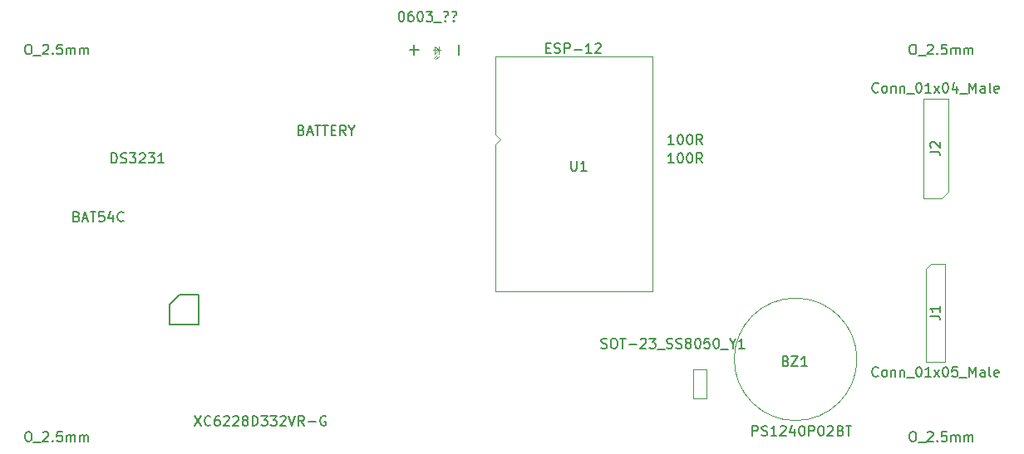
<source format=gbr>
G04 #@! TF.GenerationSoftware,KiCad,Pcbnew,(5.1.4)-1*
G04 #@! TF.CreationDate,2019-12-25T11:40:05+08:00*
G04 #@! TF.ProjectId,matrix_control_main,6d617472-6978-45f6-936f-6e74726f6c5f,rev?*
G04 #@! TF.SameCoordinates,Original*
G04 #@! TF.FileFunction,Other,Fab,Top*
%FSLAX46Y46*%
G04 Gerber Fmt 4.6, Leading zero omitted, Abs format (unit mm)*
G04 Created by KiCad (PCBNEW (5.1.4)-1) date 2019-12-25 11:40:05*
%MOMM*%
%LPD*%
G04 APERTURE LIST*
%ADD10C,0.100000*%
%ADD11C,0.120000*%
%ADD12C,0.203200*%
%ADD13C,0.150000*%
G04 APERTURE END LIST*
D10*
X173490000Y-103140000D02*
X174990000Y-103140000D01*
X174990000Y-103140000D02*
X174990000Y-113140000D01*
X174990000Y-113140000D02*
X172990000Y-113140000D01*
X172990000Y-113140000D02*
X172990000Y-103640000D01*
X172990000Y-103640000D02*
X173490000Y-103140000D01*
D11*
X129160000Y-81980000D02*
X145160000Y-81980000D01*
X145160000Y-81980000D02*
X145160000Y-105980000D01*
X145160000Y-105980000D02*
X129160000Y-105980000D01*
X129160000Y-105980000D02*
X129160000Y-90980000D01*
X129160000Y-90980000D02*
X129660000Y-90480000D01*
X129660000Y-90480000D02*
X129160000Y-89980000D01*
X129160000Y-89980000D02*
X129160000Y-81980000D01*
D10*
X165993140Y-112885860D02*
G75*
G03X165993140Y-112885860I-6250000J0D01*
G01*
X123005240Y-80943500D02*
X123005240Y-81743500D01*
X123405240Y-81343500D02*
X123005240Y-81743500D01*
X123405240Y-81343500D02*
X123005240Y-80943500D01*
X123405240Y-80943500D02*
X123405240Y-81743500D01*
X123605240Y-81343500D02*
X122805240Y-81343500D01*
X123200240Y-81860500D02*
X122900240Y-82160500D01*
X123400240Y-81960500D02*
X123100240Y-82260500D01*
D12*
X121405240Y-81343500D02*
X120405240Y-81343500D01*
X120905240Y-80843500D02*
X120905240Y-81843500D01*
X125405240Y-80843500D02*
X125405240Y-81843500D01*
D10*
X149342080Y-113944900D02*
X149342080Y-116864900D01*
X150642080Y-113944900D02*
X150642080Y-116864900D01*
X150642080Y-113944900D02*
X149342080Y-113944900D01*
X150642080Y-116864900D02*
X149342080Y-116864900D01*
X150642080Y-116864900D02*
X149342080Y-116864900D01*
X150642080Y-113944900D02*
X149342080Y-113944900D01*
X150642080Y-113944900D02*
X150642080Y-116864900D01*
X149342080Y-113944900D02*
X149342080Y-116864900D01*
X150642080Y-116864900D02*
X149342080Y-116864900D01*
X150642080Y-113944900D02*
X149342080Y-113944900D01*
X150642080Y-113944900D02*
X150642080Y-116864900D01*
X149342080Y-113944900D02*
X149342080Y-116864900D01*
X174637700Y-96451420D02*
X172732700Y-96451420D01*
X172732700Y-96451420D02*
X172732700Y-86291420D01*
X172732700Y-86291420D02*
X175272700Y-86291420D01*
X175272700Y-86291420D02*
X175272700Y-95816420D01*
X175272700Y-95816420D02*
X174637700Y-96451420D01*
D13*
X96967420Y-106317920D02*
X98967420Y-106317920D01*
X98967420Y-106317920D02*
X98967420Y-109317920D01*
X98967420Y-109317920D02*
X95967420Y-109317920D01*
X95967420Y-109317920D02*
X95967420Y-107317920D01*
X95967420Y-107317920D02*
X96967420Y-106317920D01*
X90067142Y-92852380D02*
X90067142Y-91852380D01*
X90305238Y-91852380D01*
X90448095Y-91900000D01*
X90543333Y-91995238D01*
X90590952Y-92090476D01*
X90638571Y-92280952D01*
X90638571Y-92423809D01*
X90590952Y-92614285D01*
X90543333Y-92709523D01*
X90448095Y-92804761D01*
X90305238Y-92852380D01*
X90067142Y-92852380D01*
X91019523Y-92804761D02*
X91162380Y-92852380D01*
X91400476Y-92852380D01*
X91495714Y-92804761D01*
X91543333Y-92757142D01*
X91590952Y-92661904D01*
X91590952Y-92566666D01*
X91543333Y-92471428D01*
X91495714Y-92423809D01*
X91400476Y-92376190D01*
X91210000Y-92328571D01*
X91114761Y-92280952D01*
X91067142Y-92233333D01*
X91019523Y-92138095D01*
X91019523Y-92042857D01*
X91067142Y-91947619D01*
X91114761Y-91900000D01*
X91210000Y-91852380D01*
X91448095Y-91852380D01*
X91590952Y-91900000D01*
X91924285Y-91852380D02*
X92543333Y-91852380D01*
X92210000Y-92233333D01*
X92352857Y-92233333D01*
X92448095Y-92280952D01*
X92495714Y-92328571D01*
X92543333Y-92423809D01*
X92543333Y-92661904D01*
X92495714Y-92757142D01*
X92448095Y-92804761D01*
X92352857Y-92852380D01*
X92067142Y-92852380D01*
X91971904Y-92804761D01*
X91924285Y-92757142D01*
X92924285Y-91947619D02*
X92971904Y-91900000D01*
X93067142Y-91852380D01*
X93305238Y-91852380D01*
X93400476Y-91900000D01*
X93448095Y-91947619D01*
X93495714Y-92042857D01*
X93495714Y-92138095D01*
X93448095Y-92280952D01*
X92876666Y-92852380D01*
X93495714Y-92852380D01*
X93829047Y-91852380D02*
X94448095Y-91852380D01*
X94114761Y-92233333D01*
X94257619Y-92233333D01*
X94352857Y-92280952D01*
X94400476Y-92328571D01*
X94448095Y-92423809D01*
X94448095Y-92661904D01*
X94400476Y-92757142D01*
X94352857Y-92804761D01*
X94257619Y-92852380D01*
X93971904Y-92852380D01*
X93876666Y-92804761D01*
X93829047Y-92757142D01*
X95400476Y-92852380D02*
X94829047Y-92852380D01*
X95114761Y-92852380D02*
X95114761Y-91852380D01*
X95019523Y-91995238D01*
X94924285Y-92090476D01*
X94829047Y-92138095D01*
X81500000Y-120272380D02*
X81690476Y-120272380D01*
X81785714Y-120320000D01*
X81880952Y-120415238D01*
X81928571Y-120605714D01*
X81928571Y-120939047D01*
X81880952Y-121129523D01*
X81785714Y-121224761D01*
X81690476Y-121272380D01*
X81500000Y-121272380D01*
X81404761Y-121224761D01*
X81309523Y-121129523D01*
X81261904Y-120939047D01*
X81261904Y-120605714D01*
X81309523Y-120415238D01*
X81404761Y-120320000D01*
X81500000Y-120272380D01*
X82119047Y-121367619D02*
X82880952Y-121367619D01*
X83071428Y-120367619D02*
X83119047Y-120320000D01*
X83214285Y-120272380D01*
X83452380Y-120272380D01*
X83547619Y-120320000D01*
X83595238Y-120367619D01*
X83642857Y-120462857D01*
X83642857Y-120558095D01*
X83595238Y-120700952D01*
X83023809Y-121272380D01*
X83642857Y-121272380D01*
X84071428Y-121177142D02*
X84119047Y-121224761D01*
X84071428Y-121272380D01*
X84023809Y-121224761D01*
X84071428Y-121177142D01*
X84071428Y-121272380D01*
X85023809Y-120272380D02*
X84547619Y-120272380D01*
X84500000Y-120748571D01*
X84547619Y-120700952D01*
X84642857Y-120653333D01*
X84880952Y-120653333D01*
X84976190Y-120700952D01*
X85023809Y-120748571D01*
X85071428Y-120843809D01*
X85071428Y-121081904D01*
X85023809Y-121177142D01*
X84976190Y-121224761D01*
X84880952Y-121272380D01*
X84642857Y-121272380D01*
X84547619Y-121224761D01*
X84500000Y-121177142D01*
X85500000Y-121272380D02*
X85500000Y-120605714D01*
X85500000Y-120700952D02*
X85547619Y-120653333D01*
X85642857Y-120605714D01*
X85785714Y-120605714D01*
X85880952Y-120653333D01*
X85928571Y-120748571D01*
X85928571Y-121272380D01*
X85928571Y-120748571D02*
X85976190Y-120653333D01*
X86071428Y-120605714D01*
X86214285Y-120605714D01*
X86309523Y-120653333D01*
X86357142Y-120748571D01*
X86357142Y-121272380D01*
X86833333Y-121272380D02*
X86833333Y-120605714D01*
X86833333Y-120700952D02*
X86880952Y-120653333D01*
X86976190Y-120605714D01*
X87119047Y-120605714D01*
X87214285Y-120653333D01*
X87261904Y-120748571D01*
X87261904Y-121272380D01*
X87261904Y-120748571D02*
X87309523Y-120653333D01*
X87404761Y-120605714D01*
X87547619Y-120605714D01*
X87642857Y-120653333D01*
X87690476Y-120748571D01*
X87690476Y-121272380D01*
X171600000Y-120272380D02*
X171790476Y-120272380D01*
X171885714Y-120320000D01*
X171980952Y-120415238D01*
X172028571Y-120605714D01*
X172028571Y-120939047D01*
X171980952Y-121129523D01*
X171885714Y-121224761D01*
X171790476Y-121272380D01*
X171600000Y-121272380D01*
X171504761Y-121224761D01*
X171409523Y-121129523D01*
X171361904Y-120939047D01*
X171361904Y-120605714D01*
X171409523Y-120415238D01*
X171504761Y-120320000D01*
X171600000Y-120272380D01*
X172219047Y-121367619D02*
X172980952Y-121367619D01*
X173171428Y-120367619D02*
X173219047Y-120320000D01*
X173314285Y-120272380D01*
X173552380Y-120272380D01*
X173647619Y-120320000D01*
X173695238Y-120367619D01*
X173742857Y-120462857D01*
X173742857Y-120558095D01*
X173695238Y-120700952D01*
X173123809Y-121272380D01*
X173742857Y-121272380D01*
X174171428Y-121177142D02*
X174219047Y-121224761D01*
X174171428Y-121272380D01*
X174123809Y-121224761D01*
X174171428Y-121177142D01*
X174171428Y-121272380D01*
X175123809Y-120272380D02*
X174647619Y-120272380D01*
X174600000Y-120748571D01*
X174647619Y-120700952D01*
X174742857Y-120653333D01*
X174980952Y-120653333D01*
X175076190Y-120700952D01*
X175123809Y-120748571D01*
X175171428Y-120843809D01*
X175171428Y-121081904D01*
X175123809Y-121177142D01*
X175076190Y-121224761D01*
X174980952Y-121272380D01*
X174742857Y-121272380D01*
X174647619Y-121224761D01*
X174600000Y-121177142D01*
X175600000Y-121272380D02*
X175600000Y-120605714D01*
X175600000Y-120700952D02*
X175647619Y-120653333D01*
X175742857Y-120605714D01*
X175885714Y-120605714D01*
X175980952Y-120653333D01*
X176028571Y-120748571D01*
X176028571Y-121272380D01*
X176028571Y-120748571D02*
X176076190Y-120653333D01*
X176171428Y-120605714D01*
X176314285Y-120605714D01*
X176409523Y-120653333D01*
X176457142Y-120748571D01*
X176457142Y-121272380D01*
X176933333Y-121272380D02*
X176933333Y-120605714D01*
X176933333Y-120700952D02*
X176980952Y-120653333D01*
X177076190Y-120605714D01*
X177219047Y-120605714D01*
X177314285Y-120653333D01*
X177361904Y-120748571D01*
X177361904Y-121272380D01*
X177361904Y-120748571D02*
X177409523Y-120653333D01*
X177504761Y-120605714D01*
X177647619Y-120605714D01*
X177742857Y-120653333D01*
X177790476Y-120748571D01*
X177790476Y-121272380D01*
X171600000Y-80772380D02*
X171790476Y-80772380D01*
X171885714Y-80820000D01*
X171980952Y-80915238D01*
X172028571Y-81105714D01*
X172028571Y-81439047D01*
X171980952Y-81629523D01*
X171885714Y-81724761D01*
X171790476Y-81772380D01*
X171600000Y-81772380D01*
X171504761Y-81724761D01*
X171409523Y-81629523D01*
X171361904Y-81439047D01*
X171361904Y-81105714D01*
X171409523Y-80915238D01*
X171504761Y-80820000D01*
X171600000Y-80772380D01*
X172219047Y-81867619D02*
X172980952Y-81867619D01*
X173171428Y-80867619D02*
X173219047Y-80820000D01*
X173314285Y-80772380D01*
X173552380Y-80772380D01*
X173647619Y-80820000D01*
X173695238Y-80867619D01*
X173742857Y-80962857D01*
X173742857Y-81058095D01*
X173695238Y-81200952D01*
X173123809Y-81772380D01*
X173742857Y-81772380D01*
X174171428Y-81677142D02*
X174219047Y-81724761D01*
X174171428Y-81772380D01*
X174123809Y-81724761D01*
X174171428Y-81677142D01*
X174171428Y-81772380D01*
X175123809Y-80772380D02*
X174647619Y-80772380D01*
X174600000Y-81248571D01*
X174647619Y-81200952D01*
X174742857Y-81153333D01*
X174980952Y-81153333D01*
X175076190Y-81200952D01*
X175123809Y-81248571D01*
X175171428Y-81343809D01*
X175171428Y-81581904D01*
X175123809Y-81677142D01*
X175076190Y-81724761D01*
X174980952Y-81772380D01*
X174742857Y-81772380D01*
X174647619Y-81724761D01*
X174600000Y-81677142D01*
X175600000Y-81772380D02*
X175600000Y-81105714D01*
X175600000Y-81200952D02*
X175647619Y-81153333D01*
X175742857Y-81105714D01*
X175885714Y-81105714D01*
X175980952Y-81153333D01*
X176028571Y-81248571D01*
X176028571Y-81772380D01*
X176028571Y-81248571D02*
X176076190Y-81153333D01*
X176171428Y-81105714D01*
X176314285Y-81105714D01*
X176409523Y-81153333D01*
X176457142Y-81248571D01*
X176457142Y-81772380D01*
X176933333Y-81772380D02*
X176933333Y-81105714D01*
X176933333Y-81200952D02*
X176980952Y-81153333D01*
X177076190Y-81105714D01*
X177219047Y-81105714D01*
X177314285Y-81153333D01*
X177361904Y-81248571D01*
X177361904Y-81772380D01*
X177361904Y-81248571D02*
X177409523Y-81153333D01*
X177504761Y-81105714D01*
X177647619Y-81105714D01*
X177742857Y-81153333D01*
X177790476Y-81248571D01*
X177790476Y-81772380D01*
X81500000Y-80772380D02*
X81690476Y-80772380D01*
X81785714Y-80820000D01*
X81880952Y-80915238D01*
X81928571Y-81105714D01*
X81928571Y-81439047D01*
X81880952Y-81629523D01*
X81785714Y-81724761D01*
X81690476Y-81772380D01*
X81500000Y-81772380D01*
X81404761Y-81724761D01*
X81309523Y-81629523D01*
X81261904Y-81439047D01*
X81261904Y-81105714D01*
X81309523Y-80915238D01*
X81404761Y-80820000D01*
X81500000Y-80772380D01*
X82119047Y-81867619D02*
X82880952Y-81867619D01*
X83071428Y-80867619D02*
X83119047Y-80820000D01*
X83214285Y-80772380D01*
X83452380Y-80772380D01*
X83547619Y-80820000D01*
X83595238Y-80867619D01*
X83642857Y-80962857D01*
X83642857Y-81058095D01*
X83595238Y-81200952D01*
X83023809Y-81772380D01*
X83642857Y-81772380D01*
X84071428Y-81677142D02*
X84119047Y-81724761D01*
X84071428Y-81772380D01*
X84023809Y-81724761D01*
X84071428Y-81677142D01*
X84071428Y-81772380D01*
X85023809Y-80772380D02*
X84547619Y-80772380D01*
X84500000Y-81248571D01*
X84547619Y-81200952D01*
X84642857Y-81153333D01*
X84880952Y-81153333D01*
X84976190Y-81200952D01*
X85023809Y-81248571D01*
X85071428Y-81343809D01*
X85071428Y-81581904D01*
X85023809Y-81677142D01*
X84976190Y-81724761D01*
X84880952Y-81772380D01*
X84642857Y-81772380D01*
X84547619Y-81724761D01*
X84500000Y-81677142D01*
X85500000Y-81772380D02*
X85500000Y-81105714D01*
X85500000Y-81200952D02*
X85547619Y-81153333D01*
X85642857Y-81105714D01*
X85785714Y-81105714D01*
X85880952Y-81153333D01*
X85928571Y-81248571D01*
X85928571Y-81772380D01*
X85928571Y-81248571D02*
X85976190Y-81153333D01*
X86071428Y-81105714D01*
X86214285Y-81105714D01*
X86309523Y-81153333D01*
X86357142Y-81248571D01*
X86357142Y-81772380D01*
X86833333Y-81772380D02*
X86833333Y-81105714D01*
X86833333Y-81200952D02*
X86880952Y-81153333D01*
X86976190Y-81105714D01*
X87119047Y-81105714D01*
X87214285Y-81153333D01*
X87261904Y-81248571D01*
X87261904Y-81772380D01*
X87261904Y-81248571D02*
X87309523Y-81153333D01*
X87404761Y-81105714D01*
X87547619Y-81105714D01*
X87642857Y-81153333D01*
X87690476Y-81248571D01*
X87690476Y-81772380D01*
X109408720Y-89491671D02*
X109551577Y-89539290D01*
X109599196Y-89586909D01*
X109646815Y-89682147D01*
X109646815Y-89825004D01*
X109599196Y-89920242D01*
X109551577Y-89967861D01*
X109456339Y-90015480D01*
X109075386Y-90015480D01*
X109075386Y-89015480D01*
X109408720Y-89015480D01*
X109503958Y-89063100D01*
X109551577Y-89110719D01*
X109599196Y-89205957D01*
X109599196Y-89301195D01*
X109551577Y-89396433D01*
X109503958Y-89444052D01*
X109408720Y-89491671D01*
X109075386Y-89491671D01*
X110027767Y-89729766D02*
X110503958Y-89729766D01*
X109932529Y-90015480D02*
X110265862Y-89015480D01*
X110599196Y-90015480D01*
X110789672Y-89015480D02*
X111361100Y-89015480D01*
X111075386Y-90015480D02*
X111075386Y-89015480D01*
X111551577Y-89015480D02*
X112123005Y-89015480D01*
X111837291Y-90015480D02*
X111837291Y-89015480D01*
X112456339Y-89491671D02*
X112789672Y-89491671D01*
X112932529Y-90015480D02*
X112456339Y-90015480D01*
X112456339Y-89015480D01*
X112932529Y-89015480D01*
X113932529Y-90015480D02*
X113599196Y-89539290D01*
X113361100Y-90015480D02*
X113361100Y-89015480D01*
X113742053Y-89015480D01*
X113837291Y-89063100D01*
X113884910Y-89110719D01*
X113932529Y-89205957D01*
X113932529Y-89348814D01*
X113884910Y-89444052D01*
X113837291Y-89491671D01*
X113742053Y-89539290D01*
X113361100Y-89539290D01*
X114551577Y-89539290D02*
X114551577Y-90015480D01*
X114218243Y-89015480D02*
X114551577Y-89539290D01*
X114884910Y-89015480D01*
X86521563Y-98301531D02*
X86664420Y-98349150D01*
X86712040Y-98396769D01*
X86759659Y-98492007D01*
X86759659Y-98634864D01*
X86712040Y-98730102D01*
X86664420Y-98777721D01*
X86569182Y-98825340D01*
X86188230Y-98825340D01*
X86188230Y-97825340D01*
X86521563Y-97825340D01*
X86616801Y-97872960D01*
X86664420Y-97920579D01*
X86712040Y-98015817D01*
X86712040Y-98111055D01*
X86664420Y-98206293D01*
X86616801Y-98253912D01*
X86521563Y-98301531D01*
X86188230Y-98301531D01*
X87140611Y-98539626D02*
X87616801Y-98539626D01*
X87045373Y-98825340D02*
X87378706Y-97825340D01*
X87712040Y-98825340D01*
X87902516Y-97825340D02*
X88473944Y-97825340D01*
X88188230Y-98825340D02*
X88188230Y-97825340D01*
X89283468Y-97825340D02*
X88807278Y-97825340D01*
X88759659Y-98301531D01*
X88807278Y-98253912D01*
X88902516Y-98206293D01*
X89140611Y-98206293D01*
X89235849Y-98253912D01*
X89283468Y-98301531D01*
X89331087Y-98396769D01*
X89331087Y-98634864D01*
X89283468Y-98730102D01*
X89235849Y-98777721D01*
X89140611Y-98825340D01*
X88902516Y-98825340D01*
X88807278Y-98777721D01*
X88759659Y-98730102D01*
X90188230Y-98158674D02*
X90188230Y-98825340D01*
X89950135Y-97777721D02*
X89712040Y-98492007D01*
X90331087Y-98492007D01*
X91283468Y-98730102D02*
X91235849Y-98777721D01*
X91092992Y-98825340D01*
X90997754Y-98825340D01*
X90854897Y-98777721D01*
X90759659Y-98682483D01*
X90712040Y-98587245D01*
X90664420Y-98396769D01*
X90664420Y-98253912D01*
X90712040Y-98063436D01*
X90759659Y-97968198D01*
X90854897Y-97872960D01*
X90997754Y-97825340D01*
X91092992Y-97825340D01*
X91235849Y-97872960D01*
X91283468Y-97920579D01*
X168156666Y-114557142D02*
X168109047Y-114604761D01*
X167966190Y-114652380D01*
X167870952Y-114652380D01*
X167728095Y-114604761D01*
X167632857Y-114509523D01*
X167585238Y-114414285D01*
X167537619Y-114223809D01*
X167537619Y-114080952D01*
X167585238Y-113890476D01*
X167632857Y-113795238D01*
X167728095Y-113700000D01*
X167870952Y-113652380D01*
X167966190Y-113652380D01*
X168109047Y-113700000D01*
X168156666Y-113747619D01*
X168728095Y-114652380D02*
X168632857Y-114604761D01*
X168585238Y-114557142D01*
X168537619Y-114461904D01*
X168537619Y-114176190D01*
X168585238Y-114080952D01*
X168632857Y-114033333D01*
X168728095Y-113985714D01*
X168870952Y-113985714D01*
X168966190Y-114033333D01*
X169013809Y-114080952D01*
X169061428Y-114176190D01*
X169061428Y-114461904D01*
X169013809Y-114557142D01*
X168966190Y-114604761D01*
X168870952Y-114652380D01*
X168728095Y-114652380D01*
X169490000Y-113985714D02*
X169490000Y-114652380D01*
X169490000Y-114080952D02*
X169537619Y-114033333D01*
X169632857Y-113985714D01*
X169775714Y-113985714D01*
X169870952Y-114033333D01*
X169918571Y-114128571D01*
X169918571Y-114652380D01*
X170394761Y-113985714D02*
X170394761Y-114652380D01*
X170394761Y-114080952D02*
X170442380Y-114033333D01*
X170537619Y-113985714D01*
X170680476Y-113985714D01*
X170775714Y-114033333D01*
X170823333Y-114128571D01*
X170823333Y-114652380D01*
X171061428Y-114747619D02*
X171823333Y-114747619D01*
X172251904Y-113652380D02*
X172347142Y-113652380D01*
X172442380Y-113700000D01*
X172490000Y-113747619D01*
X172537619Y-113842857D01*
X172585238Y-114033333D01*
X172585238Y-114271428D01*
X172537619Y-114461904D01*
X172490000Y-114557142D01*
X172442380Y-114604761D01*
X172347142Y-114652380D01*
X172251904Y-114652380D01*
X172156666Y-114604761D01*
X172109047Y-114557142D01*
X172061428Y-114461904D01*
X172013809Y-114271428D01*
X172013809Y-114033333D01*
X172061428Y-113842857D01*
X172109047Y-113747619D01*
X172156666Y-113700000D01*
X172251904Y-113652380D01*
X173537619Y-114652380D02*
X172966190Y-114652380D01*
X173251904Y-114652380D02*
X173251904Y-113652380D01*
X173156666Y-113795238D01*
X173061428Y-113890476D01*
X172966190Y-113938095D01*
X173870952Y-114652380D02*
X174394761Y-113985714D01*
X173870952Y-113985714D02*
X174394761Y-114652380D01*
X174966190Y-113652380D02*
X175061428Y-113652380D01*
X175156666Y-113700000D01*
X175204285Y-113747619D01*
X175251904Y-113842857D01*
X175299523Y-114033333D01*
X175299523Y-114271428D01*
X175251904Y-114461904D01*
X175204285Y-114557142D01*
X175156666Y-114604761D01*
X175061428Y-114652380D01*
X174966190Y-114652380D01*
X174870952Y-114604761D01*
X174823333Y-114557142D01*
X174775714Y-114461904D01*
X174728095Y-114271428D01*
X174728095Y-114033333D01*
X174775714Y-113842857D01*
X174823333Y-113747619D01*
X174870952Y-113700000D01*
X174966190Y-113652380D01*
X176204285Y-113652380D02*
X175728095Y-113652380D01*
X175680476Y-114128571D01*
X175728095Y-114080952D01*
X175823333Y-114033333D01*
X176061428Y-114033333D01*
X176156666Y-114080952D01*
X176204285Y-114128571D01*
X176251904Y-114223809D01*
X176251904Y-114461904D01*
X176204285Y-114557142D01*
X176156666Y-114604761D01*
X176061428Y-114652380D01*
X175823333Y-114652380D01*
X175728095Y-114604761D01*
X175680476Y-114557142D01*
X176442380Y-114747619D02*
X177204285Y-114747619D01*
X177442380Y-114652380D02*
X177442380Y-113652380D01*
X177775714Y-114366666D01*
X178109047Y-113652380D01*
X178109047Y-114652380D01*
X179013809Y-114652380D02*
X179013809Y-114128571D01*
X178966190Y-114033333D01*
X178870952Y-113985714D01*
X178680476Y-113985714D01*
X178585238Y-114033333D01*
X179013809Y-114604761D02*
X178918571Y-114652380D01*
X178680476Y-114652380D01*
X178585238Y-114604761D01*
X178537619Y-114509523D01*
X178537619Y-114414285D01*
X178585238Y-114319047D01*
X178680476Y-114271428D01*
X178918571Y-114271428D01*
X179013809Y-114223809D01*
X179632857Y-114652380D02*
X179537619Y-114604761D01*
X179490000Y-114509523D01*
X179490000Y-113652380D01*
X180394761Y-114604761D02*
X180299523Y-114652380D01*
X180109047Y-114652380D01*
X180013809Y-114604761D01*
X179966190Y-114509523D01*
X179966190Y-114128571D01*
X180013809Y-114033333D01*
X180109047Y-113985714D01*
X180299523Y-113985714D01*
X180394761Y-114033333D01*
X180442380Y-114128571D01*
X180442380Y-114223809D01*
X179966190Y-114319047D01*
X173442380Y-108473333D02*
X174156666Y-108473333D01*
X174299523Y-108520952D01*
X174394761Y-108616190D01*
X174442380Y-108759047D01*
X174442380Y-108854285D01*
X174442380Y-107473333D02*
X174442380Y-108044761D01*
X174442380Y-107759047D02*
X173442380Y-107759047D01*
X173585238Y-107854285D01*
X173680476Y-107949523D01*
X173728095Y-108044761D01*
X147336973Y-92852500D02*
X146765544Y-92852500D01*
X147051259Y-92852500D02*
X147051259Y-91852500D01*
X146956020Y-91995358D01*
X146860782Y-92090596D01*
X146765544Y-92138215D01*
X147956020Y-91852500D02*
X148051259Y-91852500D01*
X148146497Y-91900120D01*
X148194116Y-91947739D01*
X148241735Y-92042977D01*
X148289354Y-92233453D01*
X148289354Y-92471548D01*
X148241735Y-92662024D01*
X148194116Y-92757262D01*
X148146497Y-92804881D01*
X148051259Y-92852500D01*
X147956020Y-92852500D01*
X147860782Y-92804881D01*
X147813163Y-92757262D01*
X147765544Y-92662024D01*
X147717925Y-92471548D01*
X147717925Y-92233453D01*
X147765544Y-92042977D01*
X147813163Y-91947739D01*
X147860782Y-91900120D01*
X147956020Y-91852500D01*
X148908401Y-91852500D02*
X149003640Y-91852500D01*
X149098878Y-91900120D01*
X149146497Y-91947739D01*
X149194116Y-92042977D01*
X149241735Y-92233453D01*
X149241735Y-92471548D01*
X149194116Y-92662024D01*
X149146497Y-92757262D01*
X149098878Y-92804881D01*
X149003640Y-92852500D01*
X148908401Y-92852500D01*
X148813163Y-92804881D01*
X148765544Y-92757262D01*
X148717925Y-92662024D01*
X148670306Y-92471548D01*
X148670306Y-92233453D01*
X148717925Y-92042977D01*
X148765544Y-91947739D01*
X148813163Y-91900120D01*
X148908401Y-91852500D01*
X150241735Y-92852500D02*
X149908401Y-92376310D01*
X149670306Y-92852500D02*
X149670306Y-91852500D01*
X150051259Y-91852500D01*
X150146497Y-91900120D01*
X150194116Y-91947739D01*
X150241735Y-92042977D01*
X150241735Y-92185834D01*
X150194116Y-92281072D01*
X150146497Y-92328691D01*
X150051259Y-92376310D01*
X149670306Y-92376310D01*
X147336973Y-90957660D02*
X146765544Y-90957660D01*
X147051259Y-90957660D02*
X147051259Y-89957660D01*
X146956020Y-90100518D01*
X146860782Y-90195756D01*
X146765544Y-90243375D01*
X147956020Y-89957660D02*
X148051259Y-89957660D01*
X148146497Y-90005280D01*
X148194116Y-90052899D01*
X148241735Y-90148137D01*
X148289354Y-90338613D01*
X148289354Y-90576708D01*
X148241735Y-90767184D01*
X148194116Y-90862422D01*
X148146497Y-90910041D01*
X148051259Y-90957660D01*
X147956020Y-90957660D01*
X147860782Y-90910041D01*
X147813163Y-90862422D01*
X147765544Y-90767184D01*
X147717925Y-90576708D01*
X147717925Y-90338613D01*
X147765544Y-90148137D01*
X147813163Y-90052899D01*
X147860782Y-90005280D01*
X147956020Y-89957660D01*
X148908401Y-89957660D02*
X149003640Y-89957660D01*
X149098878Y-90005280D01*
X149146497Y-90052899D01*
X149194116Y-90148137D01*
X149241735Y-90338613D01*
X149241735Y-90576708D01*
X149194116Y-90767184D01*
X149146497Y-90862422D01*
X149098878Y-90910041D01*
X149003640Y-90957660D01*
X148908401Y-90957660D01*
X148813163Y-90910041D01*
X148765544Y-90862422D01*
X148717925Y-90767184D01*
X148670306Y-90576708D01*
X148670306Y-90338613D01*
X148717925Y-90148137D01*
X148765544Y-90052899D01*
X148813163Y-90005280D01*
X148908401Y-89957660D01*
X150241735Y-90957660D02*
X149908401Y-90481470D01*
X149670306Y-90957660D02*
X149670306Y-89957660D01*
X150051259Y-89957660D01*
X150146497Y-90005280D01*
X150194116Y-90052899D01*
X150241735Y-90148137D01*
X150241735Y-90290994D01*
X150194116Y-90386232D01*
X150146497Y-90433851D01*
X150051259Y-90481470D01*
X149670306Y-90481470D01*
X134338095Y-81128571D02*
X134671428Y-81128571D01*
X134814285Y-81652380D02*
X134338095Y-81652380D01*
X134338095Y-80652380D01*
X134814285Y-80652380D01*
X135195238Y-81604761D02*
X135338095Y-81652380D01*
X135576190Y-81652380D01*
X135671428Y-81604761D01*
X135719047Y-81557142D01*
X135766666Y-81461904D01*
X135766666Y-81366666D01*
X135719047Y-81271428D01*
X135671428Y-81223809D01*
X135576190Y-81176190D01*
X135385714Y-81128571D01*
X135290476Y-81080952D01*
X135242857Y-81033333D01*
X135195238Y-80938095D01*
X135195238Y-80842857D01*
X135242857Y-80747619D01*
X135290476Y-80700000D01*
X135385714Y-80652380D01*
X135623809Y-80652380D01*
X135766666Y-80700000D01*
X136195238Y-81652380D02*
X136195238Y-80652380D01*
X136576190Y-80652380D01*
X136671428Y-80700000D01*
X136719047Y-80747619D01*
X136766666Y-80842857D01*
X136766666Y-80985714D01*
X136719047Y-81080952D01*
X136671428Y-81128571D01*
X136576190Y-81176190D01*
X136195238Y-81176190D01*
X137195238Y-81271428D02*
X137957142Y-81271428D01*
X138957142Y-81652380D02*
X138385714Y-81652380D01*
X138671428Y-81652380D02*
X138671428Y-80652380D01*
X138576190Y-80795238D01*
X138480952Y-80890476D01*
X138385714Y-80938095D01*
X139338095Y-80747619D02*
X139385714Y-80700000D01*
X139480952Y-80652380D01*
X139719047Y-80652380D01*
X139814285Y-80700000D01*
X139861904Y-80747619D01*
X139909523Y-80842857D01*
X139909523Y-80938095D01*
X139861904Y-81080952D01*
X139290476Y-81652380D01*
X139909523Y-81652380D01*
X136888095Y-92632380D02*
X136888095Y-93441904D01*
X136935714Y-93537142D01*
X136983333Y-93584761D01*
X137078571Y-93632380D01*
X137269047Y-93632380D01*
X137364285Y-93584761D01*
X137411904Y-93537142D01*
X137459523Y-93441904D01*
X137459523Y-92632380D01*
X138459523Y-93632380D02*
X137888095Y-93632380D01*
X138173809Y-93632380D02*
X138173809Y-92632380D01*
X138078571Y-92775238D01*
X137983333Y-92870476D01*
X137888095Y-92918095D01*
X155341949Y-120663240D02*
X155341949Y-119663240D01*
X155722901Y-119663240D01*
X155818140Y-119710860D01*
X155865759Y-119758479D01*
X155913378Y-119853717D01*
X155913378Y-119996574D01*
X155865759Y-120091812D01*
X155818140Y-120139431D01*
X155722901Y-120187050D01*
X155341949Y-120187050D01*
X156294330Y-120615621D02*
X156437187Y-120663240D01*
X156675282Y-120663240D01*
X156770520Y-120615621D01*
X156818140Y-120568002D01*
X156865759Y-120472764D01*
X156865759Y-120377526D01*
X156818140Y-120282288D01*
X156770520Y-120234669D01*
X156675282Y-120187050D01*
X156484806Y-120139431D01*
X156389568Y-120091812D01*
X156341949Y-120044193D01*
X156294330Y-119948955D01*
X156294330Y-119853717D01*
X156341949Y-119758479D01*
X156389568Y-119710860D01*
X156484806Y-119663240D01*
X156722901Y-119663240D01*
X156865759Y-119710860D01*
X157818140Y-120663240D02*
X157246711Y-120663240D01*
X157532425Y-120663240D02*
X157532425Y-119663240D01*
X157437187Y-119806098D01*
X157341949Y-119901336D01*
X157246711Y-119948955D01*
X158199092Y-119758479D02*
X158246711Y-119710860D01*
X158341949Y-119663240D01*
X158580044Y-119663240D01*
X158675282Y-119710860D01*
X158722901Y-119758479D01*
X158770520Y-119853717D01*
X158770520Y-119948955D01*
X158722901Y-120091812D01*
X158151473Y-120663240D01*
X158770520Y-120663240D01*
X159627663Y-119996574D02*
X159627663Y-120663240D01*
X159389568Y-119615621D02*
X159151473Y-120329907D01*
X159770520Y-120329907D01*
X160341949Y-119663240D02*
X160437187Y-119663240D01*
X160532425Y-119710860D01*
X160580044Y-119758479D01*
X160627663Y-119853717D01*
X160675282Y-120044193D01*
X160675282Y-120282288D01*
X160627663Y-120472764D01*
X160580044Y-120568002D01*
X160532425Y-120615621D01*
X160437187Y-120663240D01*
X160341949Y-120663240D01*
X160246711Y-120615621D01*
X160199092Y-120568002D01*
X160151473Y-120472764D01*
X160103854Y-120282288D01*
X160103854Y-120044193D01*
X160151473Y-119853717D01*
X160199092Y-119758479D01*
X160246711Y-119710860D01*
X160341949Y-119663240D01*
X161103854Y-120663240D02*
X161103854Y-119663240D01*
X161484806Y-119663240D01*
X161580044Y-119710860D01*
X161627663Y-119758479D01*
X161675282Y-119853717D01*
X161675282Y-119996574D01*
X161627663Y-120091812D01*
X161580044Y-120139431D01*
X161484806Y-120187050D01*
X161103854Y-120187050D01*
X162294330Y-119663240D02*
X162389568Y-119663240D01*
X162484806Y-119710860D01*
X162532425Y-119758479D01*
X162580044Y-119853717D01*
X162627663Y-120044193D01*
X162627663Y-120282288D01*
X162580044Y-120472764D01*
X162532425Y-120568002D01*
X162484806Y-120615621D01*
X162389568Y-120663240D01*
X162294330Y-120663240D01*
X162199092Y-120615621D01*
X162151473Y-120568002D01*
X162103854Y-120472764D01*
X162056235Y-120282288D01*
X162056235Y-120044193D01*
X162103854Y-119853717D01*
X162151473Y-119758479D01*
X162199092Y-119710860D01*
X162294330Y-119663240D01*
X163008616Y-119758479D02*
X163056235Y-119710860D01*
X163151473Y-119663240D01*
X163389568Y-119663240D01*
X163484806Y-119710860D01*
X163532425Y-119758479D01*
X163580044Y-119853717D01*
X163580044Y-119948955D01*
X163532425Y-120091812D01*
X162960997Y-120663240D01*
X163580044Y-120663240D01*
X164341949Y-120139431D02*
X164484806Y-120187050D01*
X164532425Y-120234669D01*
X164580044Y-120329907D01*
X164580044Y-120472764D01*
X164532425Y-120568002D01*
X164484806Y-120615621D01*
X164389568Y-120663240D01*
X164008616Y-120663240D01*
X164008616Y-119663240D01*
X164341949Y-119663240D01*
X164437187Y-119710860D01*
X164484806Y-119758479D01*
X164532425Y-119853717D01*
X164532425Y-119948955D01*
X164484806Y-120044193D01*
X164437187Y-120091812D01*
X164341949Y-120139431D01*
X164008616Y-120139431D01*
X164865759Y-119663240D02*
X165437187Y-119663240D01*
X165151473Y-120663240D02*
X165151473Y-119663240D01*
X158762187Y-113064431D02*
X158905044Y-113112050D01*
X158952663Y-113159669D01*
X159000282Y-113254907D01*
X159000282Y-113397764D01*
X158952663Y-113493002D01*
X158905044Y-113540621D01*
X158809806Y-113588240D01*
X158428854Y-113588240D01*
X158428854Y-112588240D01*
X158762187Y-112588240D01*
X158857425Y-112635860D01*
X158905044Y-112683479D01*
X158952663Y-112778717D01*
X158952663Y-112873955D01*
X158905044Y-112969193D01*
X158857425Y-113016812D01*
X158762187Y-113064431D01*
X158428854Y-113064431D01*
X159333616Y-112588240D02*
X160000282Y-112588240D01*
X159333616Y-113588240D01*
X160000282Y-113588240D01*
X160905044Y-113588240D02*
X160333616Y-113588240D01*
X160619330Y-113588240D02*
X160619330Y-112588240D01*
X160524092Y-112731098D01*
X160428854Y-112826336D01*
X160333616Y-112873955D01*
X119544516Y-77407156D02*
X119639754Y-77407156D01*
X119734992Y-77454776D01*
X119782611Y-77502395D01*
X119830230Y-77597633D01*
X119877849Y-77788109D01*
X119877849Y-78026204D01*
X119830230Y-78216680D01*
X119782611Y-78311918D01*
X119734992Y-78359537D01*
X119639754Y-78407156D01*
X119544516Y-78407156D01*
X119449278Y-78359537D01*
X119401659Y-78311918D01*
X119354040Y-78216680D01*
X119306421Y-78026204D01*
X119306421Y-77788109D01*
X119354040Y-77597633D01*
X119401659Y-77502395D01*
X119449278Y-77454776D01*
X119544516Y-77407156D01*
X120734992Y-77407156D02*
X120544516Y-77407156D01*
X120449278Y-77454776D01*
X120401659Y-77502395D01*
X120306421Y-77645252D01*
X120258802Y-77835728D01*
X120258802Y-78216680D01*
X120306421Y-78311918D01*
X120354040Y-78359537D01*
X120449278Y-78407156D01*
X120639754Y-78407156D01*
X120734992Y-78359537D01*
X120782611Y-78311918D01*
X120830230Y-78216680D01*
X120830230Y-77978585D01*
X120782611Y-77883347D01*
X120734992Y-77835728D01*
X120639754Y-77788109D01*
X120449278Y-77788109D01*
X120354040Y-77835728D01*
X120306421Y-77883347D01*
X120258802Y-77978585D01*
X121449278Y-77407156D02*
X121544516Y-77407156D01*
X121639754Y-77454776D01*
X121687373Y-77502395D01*
X121734992Y-77597633D01*
X121782611Y-77788109D01*
X121782611Y-78026204D01*
X121734992Y-78216680D01*
X121687373Y-78311918D01*
X121639754Y-78359537D01*
X121544516Y-78407156D01*
X121449278Y-78407156D01*
X121354040Y-78359537D01*
X121306421Y-78311918D01*
X121258802Y-78216680D01*
X121211182Y-78026204D01*
X121211182Y-77788109D01*
X121258802Y-77597633D01*
X121306421Y-77502395D01*
X121354040Y-77454776D01*
X121449278Y-77407156D01*
X122115944Y-77407156D02*
X122734992Y-77407156D01*
X122401659Y-77788109D01*
X122544516Y-77788109D01*
X122639754Y-77835728D01*
X122687373Y-77883347D01*
X122734992Y-77978585D01*
X122734992Y-78216680D01*
X122687373Y-78311918D01*
X122639754Y-78359537D01*
X122544516Y-78407156D01*
X122258802Y-78407156D01*
X122163563Y-78359537D01*
X122115944Y-78311918D01*
X122925468Y-78502395D02*
X123687373Y-78502395D01*
X124068325Y-78311918D02*
X124115944Y-78359537D01*
X124068325Y-78407156D01*
X124020706Y-78359537D01*
X124068325Y-78311918D01*
X124068325Y-78407156D01*
X123877849Y-77454776D02*
X123973087Y-77407156D01*
X124211182Y-77407156D01*
X124306421Y-77454776D01*
X124354040Y-77550014D01*
X124354040Y-77645252D01*
X124306421Y-77740490D01*
X124258802Y-77788109D01*
X124163563Y-77835728D01*
X124115944Y-77883347D01*
X124068325Y-77978585D01*
X124068325Y-78026204D01*
X124925468Y-78311918D02*
X124973087Y-78359537D01*
X124925468Y-78407156D01*
X124877849Y-78359537D01*
X124925468Y-78311918D01*
X124925468Y-78407156D01*
X124734992Y-77454776D02*
X124830230Y-77407156D01*
X125068325Y-77407156D01*
X125163563Y-77454776D01*
X125211182Y-77550014D01*
X125211182Y-77645252D01*
X125163563Y-77740490D01*
X125115944Y-77788109D01*
X125020706Y-77835728D01*
X124973087Y-77883347D01*
X124925468Y-77978585D01*
X124925468Y-78026204D01*
X139958546Y-111723937D02*
X140101403Y-111771556D01*
X140339499Y-111771556D01*
X140434737Y-111723937D01*
X140482356Y-111676318D01*
X140529975Y-111581080D01*
X140529975Y-111485842D01*
X140482356Y-111390604D01*
X140434737Y-111342985D01*
X140339499Y-111295366D01*
X140149022Y-111247747D01*
X140053784Y-111200128D01*
X140006165Y-111152509D01*
X139958546Y-111057271D01*
X139958546Y-110962033D01*
X140006165Y-110866795D01*
X140053784Y-110819176D01*
X140149022Y-110771556D01*
X140387118Y-110771556D01*
X140529975Y-110819176D01*
X141149022Y-110771556D02*
X141339499Y-110771556D01*
X141434737Y-110819176D01*
X141529975Y-110914414D01*
X141577594Y-111104890D01*
X141577594Y-111438223D01*
X141529975Y-111628699D01*
X141434737Y-111723937D01*
X141339499Y-111771556D01*
X141149022Y-111771556D01*
X141053784Y-111723937D01*
X140958546Y-111628699D01*
X140910927Y-111438223D01*
X140910927Y-111104890D01*
X140958546Y-110914414D01*
X141053784Y-110819176D01*
X141149022Y-110771556D01*
X141863308Y-110771556D02*
X142434737Y-110771556D01*
X142149022Y-111771556D02*
X142149022Y-110771556D01*
X142768070Y-111390604D02*
X143529975Y-111390604D01*
X143958546Y-110866795D02*
X144006165Y-110819176D01*
X144101403Y-110771556D01*
X144339499Y-110771556D01*
X144434737Y-110819176D01*
X144482356Y-110866795D01*
X144529975Y-110962033D01*
X144529975Y-111057271D01*
X144482356Y-111200128D01*
X143910927Y-111771556D01*
X144529975Y-111771556D01*
X144863308Y-110771556D02*
X145482356Y-110771556D01*
X145149022Y-111152509D01*
X145291880Y-111152509D01*
X145387118Y-111200128D01*
X145434737Y-111247747D01*
X145482356Y-111342985D01*
X145482356Y-111581080D01*
X145434737Y-111676318D01*
X145387118Y-111723937D01*
X145291880Y-111771556D01*
X145006165Y-111771556D01*
X144910927Y-111723937D01*
X144863308Y-111676318D01*
X145672832Y-111866795D02*
X146434737Y-111866795D01*
X146625213Y-111723937D02*
X146768070Y-111771556D01*
X147006165Y-111771556D01*
X147101403Y-111723937D01*
X147149022Y-111676318D01*
X147196641Y-111581080D01*
X147196641Y-111485842D01*
X147149022Y-111390604D01*
X147101403Y-111342985D01*
X147006165Y-111295366D01*
X146815689Y-111247747D01*
X146720451Y-111200128D01*
X146672832Y-111152509D01*
X146625213Y-111057271D01*
X146625213Y-110962033D01*
X146672832Y-110866795D01*
X146720451Y-110819176D01*
X146815689Y-110771556D01*
X147053784Y-110771556D01*
X147196641Y-110819176D01*
X147577594Y-111723937D02*
X147720451Y-111771556D01*
X147958546Y-111771556D01*
X148053784Y-111723937D01*
X148101403Y-111676318D01*
X148149022Y-111581080D01*
X148149022Y-111485842D01*
X148101403Y-111390604D01*
X148053784Y-111342985D01*
X147958546Y-111295366D01*
X147768070Y-111247747D01*
X147672832Y-111200128D01*
X147625213Y-111152509D01*
X147577594Y-111057271D01*
X147577594Y-110962033D01*
X147625213Y-110866795D01*
X147672832Y-110819176D01*
X147768070Y-110771556D01*
X148006165Y-110771556D01*
X148149022Y-110819176D01*
X148720451Y-111200128D02*
X148625213Y-111152509D01*
X148577594Y-111104890D01*
X148529975Y-111009652D01*
X148529975Y-110962033D01*
X148577594Y-110866795D01*
X148625213Y-110819176D01*
X148720451Y-110771556D01*
X148910927Y-110771556D01*
X149006165Y-110819176D01*
X149053784Y-110866795D01*
X149101403Y-110962033D01*
X149101403Y-111009652D01*
X149053784Y-111104890D01*
X149006165Y-111152509D01*
X148910927Y-111200128D01*
X148720451Y-111200128D01*
X148625213Y-111247747D01*
X148577594Y-111295366D01*
X148529975Y-111390604D01*
X148529975Y-111581080D01*
X148577594Y-111676318D01*
X148625213Y-111723937D01*
X148720451Y-111771556D01*
X148910927Y-111771556D01*
X149006165Y-111723937D01*
X149053784Y-111676318D01*
X149101403Y-111581080D01*
X149101403Y-111390604D01*
X149053784Y-111295366D01*
X149006165Y-111247747D01*
X148910927Y-111200128D01*
X149720451Y-110771556D02*
X149815689Y-110771556D01*
X149910927Y-110819176D01*
X149958546Y-110866795D01*
X150006165Y-110962033D01*
X150053784Y-111152509D01*
X150053784Y-111390604D01*
X150006165Y-111581080D01*
X149958546Y-111676318D01*
X149910927Y-111723937D01*
X149815689Y-111771556D01*
X149720451Y-111771556D01*
X149625213Y-111723937D01*
X149577594Y-111676318D01*
X149529975Y-111581080D01*
X149482356Y-111390604D01*
X149482356Y-111152509D01*
X149529975Y-110962033D01*
X149577594Y-110866795D01*
X149625213Y-110819176D01*
X149720451Y-110771556D01*
X150958546Y-110771556D02*
X150482356Y-110771556D01*
X150434737Y-111247747D01*
X150482356Y-111200128D01*
X150577594Y-111152509D01*
X150815689Y-111152509D01*
X150910927Y-111200128D01*
X150958546Y-111247747D01*
X151006165Y-111342985D01*
X151006165Y-111581080D01*
X150958546Y-111676318D01*
X150910927Y-111723937D01*
X150815689Y-111771556D01*
X150577594Y-111771556D01*
X150482356Y-111723937D01*
X150434737Y-111676318D01*
X151625213Y-110771556D02*
X151720451Y-110771556D01*
X151815689Y-110819176D01*
X151863308Y-110866795D01*
X151910927Y-110962033D01*
X151958546Y-111152509D01*
X151958546Y-111390604D01*
X151910927Y-111581080D01*
X151863308Y-111676318D01*
X151815689Y-111723937D01*
X151720451Y-111771556D01*
X151625213Y-111771556D01*
X151529975Y-111723937D01*
X151482356Y-111676318D01*
X151434737Y-111581080D01*
X151387118Y-111390604D01*
X151387118Y-111152509D01*
X151434737Y-110962033D01*
X151482356Y-110866795D01*
X151529975Y-110819176D01*
X151625213Y-110771556D01*
X152149022Y-111866795D02*
X152910927Y-111866795D01*
X153339499Y-111295366D02*
X153339499Y-111771556D01*
X153006165Y-110771556D02*
X153339499Y-111295366D01*
X153672832Y-110771556D01*
X154529975Y-111771556D02*
X153958546Y-111771556D01*
X154244261Y-111771556D02*
X154244261Y-110771556D01*
X154149022Y-110914414D01*
X154053784Y-111009652D01*
X153958546Y-111057271D01*
X168169366Y-85588562D02*
X168121747Y-85636181D01*
X167978890Y-85683800D01*
X167883652Y-85683800D01*
X167740795Y-85636181D01*
X167645557Y-85540943D01*
X167597938Y-85445705D01*
X167550319Y-85255229D01*
X167550319Y-85112372D01*
X167597938Y-84921896D01*
X167645557Y-84826658D01*
X167740795Y-84731420D01*
X167883652Y-84683800D01*
X167978890Y-84683800D01*
X168121747Y-84731420D01*
X168169366Y-84779039D01*
X168740795Y-85683800D02*
X168645557Y-85636181D01*
X168597938Y-85588562D01*
X168550319Y-85493324D01*
X168550319Y-85207610D01*
X168597938Y-85112372D01*
X168645557Y-85064753D01*
X168740795Y-85017134D01*
X168883652Y-85017134D01*
X168978890Y-85064753D01*
X169026509Y-85112372D01*
X169074128Y-85207610D01*
X169074128Y-85493324D01*
X169026509Y-85588562D01*
X168978890Y-85636181D01*
X168883652Y-85683800D01*
X168740795Y-85683800D01*
X169502700Y-85017134D02*
X169502700Y-85683800D01*
X169502700Y-85112372D02*
X169550319Y-85064753D01*
X169645557Y-85017134D01*
X169788414Y-85017134D01*
X169883652Y-85064753D01*
X169931271Y-85159991D01*
X169931271Y-85683800D01*
X170407461Y-85017134D02*
X170407461Y-85683800D01*
X170407461Y-85112372D02*
X170455080Y-85064753D01*
X170550319Y-85017134D01*
X170693176Y-85017134D01*
X170788414Y-85064753D01*
X170836033Y-85159991D01*
X170836033Y-85683800D01*
X171074128Y-85779039D02*
X171836033Y-85779039D01*
X172264604Y-84683800D02*
X172359842Y-84683800D01*
X172455080Y-84731420D01*
X172502700Y-84779039D01*
X172550319Y-84874277D01*
X172597938Y-85064753D01*
X172597938Y-85302848D01*
X172550319Y-85493324D01*
X172502700Y-85588562D01*
X172455080Y-85636181D01*
X172359842Y-85683800D01*
X172264604Y-85683800D01*
X172169366Y-85636181D01*
X172121747Y-85588562D01*
X172074128Y-85493324D01*
X172026509Y-85302848D01*
X172026509Y-85064753D01*
X172074128Y-84874277D01*
X172121747Y-84779039D01*
X172169366Y-84731420D01*
X172264604Y-84683800D01*
X173550319Y-85683800D02*
X172978890Y-85683800D01*
X173264604Y-85683800D02*
X173264604Y-84683800D01*
X173169366Y-84826658D01*
X173074128Y-84921896D01*
X172978890Y-84969515D01*
X173883652Y-85683800D02*
X174407461Y-85017134D01*
X173883652Y-85017134D02*
X174407461Y-85683800D01*
X174978890Y-84683800D02*
X175074128Y-84683800D01*
X175169366Y-84731420D01*
X175216985Y-84779039D01*
X175264604Y-84874277D01*
X175312223Y-85064753D01*
X175312223Y-85302848D01*
X175264604Y-85493324D01*
X175216985Y-85588562D01*
X175169366Y-85636181D01*
X175074128Y-85683800D01*
X174978890Y-85683800D01*
X174883652Y-85636181D01*
X174836033Y-85588562D01*
X174788414Y-85493324D01*
X174740795Y-85302848D01*
X174740795Y-85064753D01*
X174788414Y-84874277D01*
X174836033Y-84779039D01*
X174883652Y-84731420D01*
X174978890Y-84683800D01*
X176169366Y-85017134D02*
X176169366Y-85683800D01*
X175931271Y-84636181D02*
X175693176Y-85350467D01*
X176312223Y-85350467D01*
X176455080Y-85779039D02*
X177216985Y-85779039D01*
X177455080Y-85683800D02*
X177455080Y-84683800D01*
X177788414Y-85398086D01*
X178121747Y-84683800D01*
X178121747Y-85683800D01*
X179026509Y-85683800D02*
X179026509Y-85159991D01*
X178978890Y-85064753D01*
X178883652Y-85017134D01*
X178693176Y-85017134D01*
X178597938Y-85064753D01*
X179026509Y-85636181D02*
X178931271Y-85683800D01*
X178693176Y-85683800D01*
X178597938Y-85636181D01*
X178550319Y-85540943D01*
X178550319Y-85445705D01*
X178597938Y-85350467D01*
X178693176Y-85302848D01*
X178931271Y-85302848D01*
X179026509Y-85255229D01*
X179645557Y-85683800D02*
X179550319Y-85636181D01*
X179502700Y-85540943D01*
X179502700Y-84683800D01*
X180407461Y-85636181D02*
X180312223Y-85683800D01*
X180121747Y-85683800D01*
X180026509Y-85636181D01*
X179978890Y-85540943D01*
X179978890Y-85159991D01*
X180026509Y-85064753D01*
X180121747Y-85017134D01*
X180312223Y-85017134D01*
X180407461Y-85064753D01*
X180455080Y-85159991D01*
X180455080Y-85255229D01*
X179978890Y-85350467D01*
X173455080Y-91704753D02*
X174169366Y-91704753D01*
X174312223Y-91752372D01*
X174407461Y-91847610D01*
X174455080Y-91990467D01*
X174455080Y-92085705D01*
X173550319Y-91276181D02*
X173502700Y-91228562D01*
X173455080Y-91133324D01*
X173455080Y-90895229D01*
X173502700Y-90799991D01*
X173550319Y-90752372D01*
X173645557Y-90704753D01*
X173740795Y-90704753D01*
X173883652Y-90752372D01*
X174455080Y-91323800D01*
X174455080Y-90704753D01*
X98544114Y-118660160D02*
X99210780Y-119660160D01*
X99210780Y-118660160D02*
X98544114Y-119660160D01*
X100163161Y-119564922D02*
X100115542Y-119612541D01*
X99972685Y-119660160D01*
X99877447Y-119660160D01*
X99734590Y-119612541D01*
X99639352Y-119517303D01*
X99591733Y-119422065D01*
X99544114Y-119231589D01*
X99544114Y-119088732D01*
X99591733Y-118898256D01*
X99639352Y-118803018D01*
X99734590Y-118707780D01*
X99877447Y-118660160D01*
X99972685Y-118660160D01*
X100115542Y-118707780D01*
X100163161Y-118755399D01*
X101020304Y-118660160D02*
X100829828Y-118660160D01*
X100734590Y-118707780D01*
X100686971Y-118755399D01*
X100591733Y-118898256D01*
X100544114Y-119088732D01*
X100544114Y-119469684D01*
X100591733Y-119564922D01*
X100639352Y-119612541D01*
X100734590Y-119660160D01*
X100925066Y-119660160D01*
X101020304Y-119612541D01*
X101067923Y-119564922D01*
X101115542Y-119469684D01*
X101115542Y-119231589D01*
X101067923Y-119136351D01*
X101020304Y-119088732D01*
X100925066Y-119041113D01*
X100734590Y-119041113D01*
X100639352Y-119088732D01*
X100591733Y-119136351D01*
X100544114Y-119231589D01*
X101496495Y-118755399D02*
X101544114Y-118707780D01*
X101639352Y-118660160D01*
X101877447Y-118660160D01*
X101972685Y-118707780D01*
X102020304Y-118755399D01*
X102067923Y-118850637D01*
X102067923Y-118945875D01*
X102020304Y-119088732D01*
X101448876Y-119660160D01*
X102067923Y-119660160D01*
X102448876Y-118755399D02*
X102496495Y-118707780D01*
X102591733Y-118660160D01*
X102829828Y-118660160D01*
X102925066Y-118707780D01*
X102972685Y-118755399D01*
X103020304Y-118850637D01*
X103020304Y-118945875D01*
X102972685Y-119088732D01*
X102401257Y-119660160D01*
X103020304Y-119660160D01*
X103591733Y-119088732D02*
X103496495Y-119041113D01*
X103448876Y-118993494D01*
X103401257Y-118898256D01*
X103401257Y-118850637D01*
X103448876Y-118755399D01*
X103496495Y-118707780D01*
X103591733Y-118660160D01*
X103782209Y-118660160D01*
X103877447Y-118707780D01*
X103925066Y-118755399D01*
X103972685Y-118850637D01*
X103972685Y-118898256D01*
X103925066Y-118993494D01*
X103877447Y-119041113D01*
X103782209Y-119088732D01*
X103591733Y-119088732D01*
X103496495Y-119136351D01*
X103448876Y-119183970D01*
X103401257Y-119279208D01*
X103401257Y-119469684D01*
X103448876Y-119564922D01*
X103496495Y-119612541D01*
X103591733Y-119660160D01*
X103782209Y-119660160D01*
X103877447Y-119612541D01*
X103925066Y-119564922D01*
X103972685Y-119469684D01*
X103972685Y-119279208D01*
X103925066Y-119183970D01*
X103877447Y-119136351D01*
X103782209Y-119088732D01*
X104401257Y-119660160D02*
X104401257Y-118660160D01*
X104639352Y-118660160D01*
X104782209Y-118707780D01*
X104877447Y-118803018D01*
X104925066Y-118898256D01*
X104972685Y-119088732D01*
X104972685Y-119231589D01*
X104925066Y-119422065D01*
X104877447Y-119517303D01*
X104782209Y-119612541D01*
X104639352Y-119660160D01*
X104401257Y-119660160D01*
X105306019Y-118660160D02*
X105925066Y-118660160D01*
X105591733Y-119041113D01*
X105734590Y-119041113D01*
X105829828Y-119088732D01*
X105877447Y-119136351D01*
X105925066Y-119231589D01*
X105925066Y-119469684D01*
X105877447Y-119564922D01*
X105829828Y-119612541D01*
X105734590Y-119660160D01*
X105448876Y-119660160D01*
X105353638Y-119612541D01*
X105306019Y-119564922D01*
X106258400Y-118660160D02*
X106877447Y-118660160D01*
X106544114Y-119041113D01*
X106686971Y-119041113D01*
X106782209Y-119088732D01*
X106829828Y-119136351D01*
X106877447Y-119231589D01*
X106877447Y-119469684D01*
X106829828Y-119564922D01*
X106782209Y-119612541D01*
X106686971Y-119660160D01*
X106401257Y-119660160D01*
X106306019Y-119612541D01*
X106258400Y-119564922D01*
X107258400Y-118755399D02*
X107306019Y-118707780D01*
X107401257Y-118660160D01*
X107639352Y-118660160D01*
X107734590Y-118707780D01*
X107782209Y-118755399D01*
X107829828Y-118850637D01*
X107829828Y-118945875D01*
X107782209Y-119088732D01*
X107210780Y-119660160D01*
X107829828Y-119660160D01*
X108115542Y-118660160D02*
X108448876Y-119660160D01*
X108782209Y-118660160D01*
X109686971Y-119660160D02*
X109353638Y-119183970D01*
X109115542Y-119660160D02*
X109115542Y-118660160D01*
X109496495Y-118660160D01*
X109591733Y-118707780D01*
X109639352Y-118755399D01*
X109686971Y-118850637D01*
X109686971Y-118993494D01*
X109639352Y-119088732D01*
X109591733Y-119136351D01*
X109496495Y-119183970D01*
X109115542Y-119183970D01*
X110115542Y-119279208D02*
X110877447Y-119279208D01*
X111877447Y-118707780D02*
X111782209Y-118660160D01*
X111639352Y-118660160D01*
X111496495Y-118707780D01*
X111401257Y-118803018D01*
X111353638Y-118898256D01*
X111306019Y-119088732D01*
X111306019Y-119231589D01*
X111353638Y-119422065D01*
X111401257Y-119517303D01*
X111496495Y-119612541D01*
X111639352Y-119660160D01*
X111734590Y-119660160D01*
X111877447Y-119612541D01*
X111925066Y-119564922D01*
X111925066Y-119231589D01*
X111734590Y-119231589D01*
M02*

</source>
